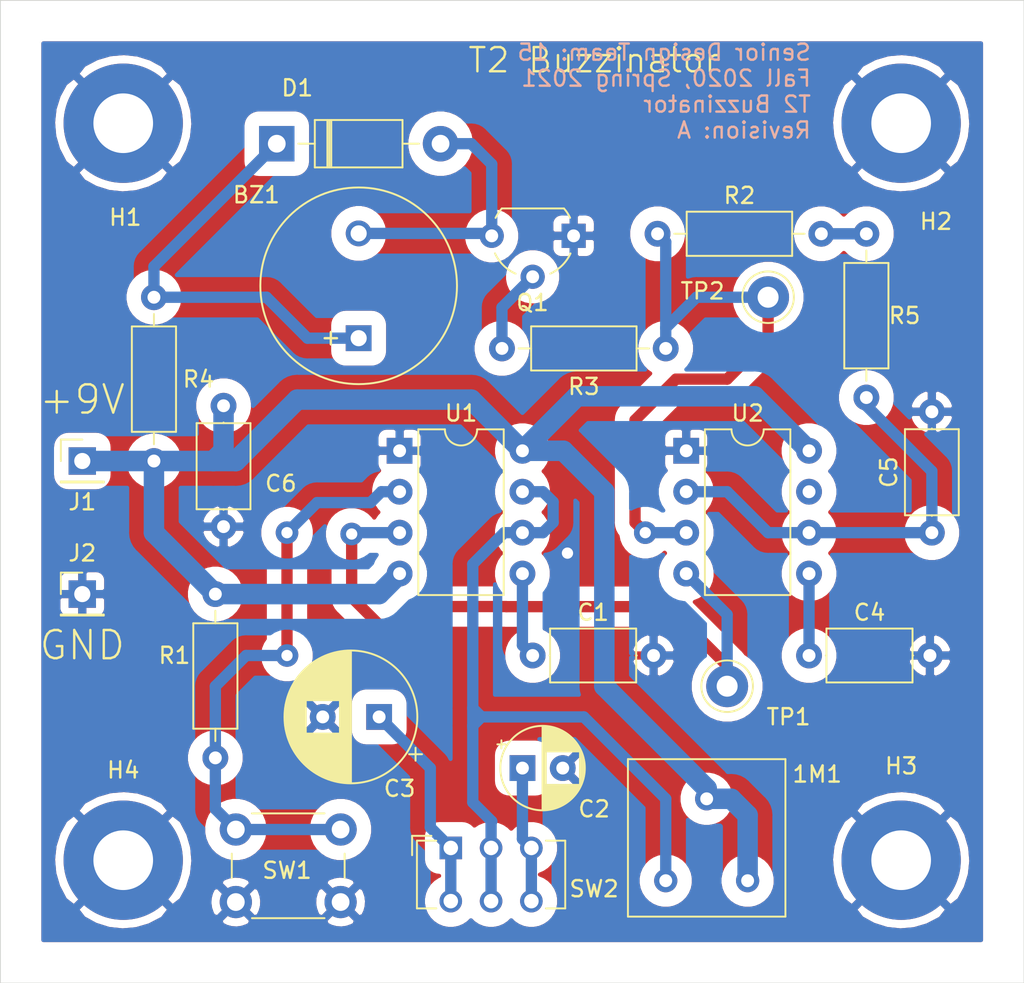
<source format=kicad_pcb>
(kicad_pcb (version 20171130) (host pcbnew "(5.1.6)-1")
  (layers (0 F.Cu signal) (31 B.Cu signal) (34 B.Paste user) (35 F.Paste user) (36 B.SilkS user hide) (37 F.SilkS user) (38 B.Mask user) (39 F.Mask user hide) (44 Edge.Cuts user))
  (net 0 "")
  (net 1 /9V)
  (net 2 "Net-(1M1-Pad3)")
  (net 3 "Net-(BZ1-Pad1)")
  (net 4 "Net-(BZ1-Pad2)")
  (net 5 "Net-(C1-Pad1)")
  (net 6 GND)
  (net 7 "Net-(C2-Pad1)")
  (net 8 "Net-(C3-Pad1)")
  (net 9 "Net-(C4-Pad1)")
  (net 10 "Net-(C5-Pad1)")
  (net 11 "Net-(Q1-Pad2)")
  (net 12 "Net-(R1-Pad2)")
  (net 13 "Net-(R2-Pad1)")
  (net 14 "Net-(TP1-Pad1)")
  (net 15 "Net-(R2-Pad2)")
  (module MountingHole:MountingHole_3.7mm_Pad (layer F.Cu) (at 107.315 118.11)
    (fp_text reference H4 (at 0 -5.588) (layer F.SilkS))
    (fp_text value MountingHole_Pad)
    (pad 1 thru_hole circle (at 0 0) (size 7.4 7.4) (drill 3.7) (layers *.Cu *.Mask) (net 6 GND))
  )
  (module MountingHole:MountingHole_3.7mm_Pad (layer F.Cu) (at 155.575 118.11)
    (fp_text reference H3 (at 0 -5.842) (layer F.SilkS))
    (fp_text value MountingHole_Pad)
    (pad 1 thru_hole circle (at 0 0) (size 7.4 7.4) (drill 3.7) (layers *.Cu *.Mask) (net 6 GND))
  )
  (module MountingHole:MountingHole_3.7mm_Pad (layer F.Cu) (at 155.575 72.39)
    (fp_text reference H2 (at 2.159 6.096) (layer F.SilkS))
    (fp_text value MountingHole_Pad)
    (pad 1 thru_hole circle (at 0 0) (size 7.4 7.4) (drill 3.7) (layers *.Cu *.Mask) (net 6 GND))
  )
  (module MountingHole:MountingHole_3.7mm_Pad (layer F.Cu) (at 107.315 72.39)
    (fp_text reference H1 (at 0.127 5.842) (layer F.SilkS))
    (fp_text value MountingHole_Pad)
    (pad 1 thru_hole circle (at 0 0) (size 7.4 7.4) (drill 3.7) (layers *.Cu *.Mask) (net 6 GND))
  )
  (module Capacitor_THT:C_Axial_L5.1mm_D3.1mm_P7.50mm_Horizontal (layer F.Cu) (at 132.715 105.41)
    (fp_text reference C1 (at 3.75 -2.67) (layer F.SilkS))
    (fp_text value 0.1u)
    (pad 1 thru_hole circle (at 0 0) (size 1.6 1.6) (drill 0.8) (layers *.Cu *.Mask) (net 5 "Net-(C1-Pad1)"))
    (pad 2 thru_hole oval (at 7.5 0) (size 1.6 1.6) (drill 0.8) (layers *.Cu *.Mask) (net 6 GND))
  )
  (module Buzzer_Beeper:MagneticBuzzer_ProSignal_ABT-410-RC (layer F.Cu) (at 121.92 85.725 90)
    (fp_text reference BZ1 (at 8.89 -6.35 180) (layer F.SilkS))
    (fp_text value CEM-1212S)
    (fp_text user + (at 0 -1.8 90) (layer F.SilkS))
    (pad 1 thru_hole rect (at 0 0 90) (size 1.6 1.6) (drill 1) (layers *.Cu *.Mask) (net 3 "Net-(BZ1-Pad1)"))
    (pad 2 thru_hole circle (at 6.5 0 90) (size 1.6 1.6) (drill 1) (layers *.Cu *.Mask) (net 4 "Net-(BZ1-Pad2)"))
  )
  (module Capacitor_THT:CP_Radial_D5.0mm_P2.50mm (layer F.Cu) (at 132.08 112.395)
    (fp_text reference C2 (at 4.445 2.54) (layer F.SilkS))
    (fp_text value 10u)
    (pad 1 thru_hole rect (at 0 0) (size 1.6 1.6) (drill 0.8) (layers *.Cu *.Mask) (net 7 "Net-(C2-Pad1)"))
    (pad 2 thru_hole circle (at 2.5 0) (size 1.6 1.6) (drill 0.8) (layers *.Cu *.Mask) (net 6 GND))
  )
  (module Capacitor_THT:CP_Radial_D8.0mm_P3.50mm (layer F.Cu) (at 123.19 109.22 180)
    (fp_text reference C3 (at -1.27 -4.445) (layer F.SilkS))
    (fp_text value 100u)
    (pad 1 thru_hole rect (at 0 0 180) (size 1.6 1.6) (drill 0.8) (layers *.Cu *.Mask) (net 8 "Net-(C3-Pad1)"))
    (pad 2 thru_hole circle (at 3.5 0 180) (size 1.6 1.6) (drill 0.8) (layers *.Cu *.Mask) (net 6 GND))
  )
  (module Capacitor_THT:C_Axial_L5.1mm_D3.1mm_P7.50mm_Horizontal (layer F.Cu) (at 149.86 105.41)
    (fp_text reference C4 (at 3.75 -2.67) (layer F.SilkS))
    (fp_text value 0.1u)
    (pad 2 thru_hole oval (at 7.5 0) (size 1.6 1.6) (drill 0.8) (layers *.Cu *.Mask) (net 6 GND))
    (pad 1 thru_hole circle (at 0 0) (size 1.6 1.6) (drill 0.8) (layers *.Cu *.Mask) (net 9 "Net-(C4-Pad1)"))
  )
  (module Diode_THT:D_DO-41_SOD81_P10.16mm_Horizontal (layer F.Cu) (at 116.84 73.66)
    (fp_text reference D1 (at 1.27 -3.4544) (layer F.SilkS))
    (fp_text value 1N4001)
    (pad 1 thru_hole rect (at 0 0) (size 2.2 2.2) (drill 1.1) (layers *.Cu *.Mask) (net 3 "Net-(BZ1-Pad1)"))
    (pad 2 thru_hole oval (at 10.16 0) (size 2.2 2.2) (drill 1.1) (layers *.Cu *.Mask) (net 4 "Net-(BZ1-Pad2)"))
  )
  (module Connector_PinHeader_2.54mm:PinHeader_1x01_P2.54mm_Vertical (layer F.Cu) (at 104.775 93.345)
    (fp_text reference J1 (at 0 2.54) (layer F.SilkS))
    (fp_text value Conn_01x01)
    (pad 1 thru_hole rect (at 0 0) (size 1.7 1.7) (drill 1) (layers *.Cu *.Mask) (net 1 /9V))
  )
  (module Connector_PinHeader_2.54mm:PinHeader_1x01_P2.54mm_Vertical (layer F.Cu) (at 104.775 101.6)
    (fp_text reference J2 (at 0 -2.54) (layer F.SilkS))
    (fp_text value Conn_01x01)
    (pad 1 thru_hole rect (at 0 0) (size 1.7 1.7) (drill 1) (layers *.Cu *.Mask) (net 6 GND))
  )
  (module Resistor_THT:R_Axial_DIN0207_L6.3mm_D2.5mm_P10.16mm_Horizontal (layer F.Cu) (at 113.03 101.6 270)
    (fp_text reference R1 (at 3.81 2.54 180) (layer F.SilkS))
    (fp_text value 100k)
    (pad 1 thru_hole circle (at 0 0 270) (size 1.6 1.6) (drill 0.8) (layers *.Cu *.Mask) (net 1 /9V))
    (pad 2 thru_hole oval (at 10.16 0 270) (size 1.6 1.6) (drill 0.8) (layers *.Cu *.Mask) (net 12 "Net-(R1-Pad2)"))
  )
  (module Resistor_THT:R_Axial_DIN0207_L6.3mm_D2.5mm_P10.16mm_Horizontal (layer F.Cu) (at 140.97 86.36 180)
    (fp_text reference R3 (at 5.08 -2.37) (layer F.SilkS))
    (fp_text value 100)
    (pad 2 thru_hole oval (at 10.16 0 180) (size 1.6 1.6) (drill 0.8) (layers *.Cu *.Mask) (net 11 "Net-(Q1-Pad2)"))
    (pad 1 thru_hole circle (at 0 0 180) (size 1.6 1.6) (drill 0.8) (layers *.Cu *.Mask) (net 13 "Net-(R2-Pad1)"))
  )
  (module Button_Switch_THT:SW_PUSH_6mm_H13mm (layer F.Cu) (at 114.3 116.205)
    (fp_text reference SW1 (at 3.175 2.54) (layer F.SilkS))
    (fp_text value SW_Push)
    (pad 2 thru_hole circle (at 0 4.5 90) (size 2 2) (drill 1.1) (layers *.Cu *.Mask) (net 6 GND))
    (pad 1 thru_hole circle (at 0 0 90) (size 2 2) (drill 1.1) (layers *.Cu *.Mask) (net 12 "Net-(R1-Pad2)"))
    (pad 2 thru_hole circle (at 6.5 4.5 90) (size 2 2) (drill 1.1) (layers *.Cu *.Mask) (net 6 GND))
    (pad 1 thru_hole circle (at 6.5 0 90) (size 2 2) (drill 1.1) (layers *.Cu *.Mask) (net 12 "Net-(R1-Pad2)"))
  )
  (module Connector_Pin:Pin_D1.3mm_L11.0mm (layer F.Cu) (at 144.78 107.315)
    (fp_text reference TP1 (at 3.81 1.905) (layer F.SilkS))
    (fp_text value TestPoint)
    (pad 1 thru_hole circle (at 0 0) (size 2.6 2.6) (drill 1.3) (layers *.Cu *.Mask) (net 14 "Net-(TP1-Pad1)"))
  )
  (module Connector_Pin:Pin_D1.3mm_L11.0mm (layer F.Cu) (at 147.32 83.185)
    (fp_text reference TP2 (at -4.064 -0.381) (layer F.SilkS))
    (fp_text value TestPoint)
    (pad 1 thru_hole circle (at 0 0) (size 2.6 2.6) (drill 1.3) (layers *.Cu *.Mask) (net 13 "Net-(R2-Pad1)"))
  )
  (module Package_DIP:DIP-8_W7.62mm (layer F.Cu) (at 124.46 92.71)
    (fp_text reference U1 (at 3.81 -2.33) (layer F.SilkS))
    (fp_text value LM555xN)
    (pad 1 thru_hole rect (at 0 0) (size 1.6 1.6) (drill 0.8) (layers *.Cu *.Mask) (net 6 GND))
    (pad 5 thru_hole oval (at 7.62 7.62) (size 1.6 1.6) (drill 0.8) (layers *.Cu *.Mask) (net 5 "Net-(C1-Pad1)"))
    (pad 2 thru_hole oval (at 0 2.54) (size 1.6 1.6) (drill 0.8) (layers *.Cu *.Mask) (net 12 "Net-(R1-Pad2)"))
    (pad 6 thru_hole oval (at 7.62 5.08) (size 1.6 1.6) (drill 0.8) (layers *.Cu *.Mask) (net 2 "Net-(1M1-Pad3)"))
    (pad 3 thru_hole oval (at 0 5.08) (size 1.6 1.6) (drill 0.8) (layers *.Cu *.Mask) (net 14 "Net-(TP1-Pad1)"))
    (pad 7 thru_hole oval (at 7.62 2.54) (size 1.6 1.6) (drill 0.8) (layers *.Cu *.Mask) (net 2 "Net-(1M1-Pad3)"))
    (pad 4 thru_hole oval (at 0 7.62) (size 1.6 1.6) (drill 0.8) (layers *.Cu *.Mask) (net 1 /9V))
    (pad 8 thru_hole oval (at 7.62 0) (size 1.6 1.6) (drill 0.8) (layers *.Cu *.Mask) (net 1 /9V))
  )
  (module Package_DIP:DIP-8_W7.62mm (layer F.Cu) (at 142.24 92.71)
    (fp_text reference U2 (at 3.81 -2.33) (layer F.SilkS))
    (fp_text value LM555xN)
    (pad 8 thru_hole oval (at 7.62 0) (size 1.6 1.6) (drill 0.8) (layers *.Cu *.Mask) (net 1 /9V))
    (pad 4 thru_hole oval (at 0 7.62) (size 1.6 1.6) (drill 0.8) (layers *.Cu *.Mask) (net 14 "Net-(TP1-Pad1)"))
    (pad 7 thru_hole oval (at 7.62 2.54) (size 1.6 1.6) (drill 0.8) (layers *.Cu *.Mask))
    (pad 3 thru_hole oval (at 0 5.08) (size 1.6 1.6) (drill 0.8) (layers *.Cu *.Mask) (net 13 "Net-(R2-Pad1)"))
    (pad 6 thru_hole oval (at 7.62 5.08) (size 1.6 1.6) (drill 0.8) (layers *.Cu *.Mask) (net 10 "Net-(C5-Pad1)"))
    (pad 2 thru_hole oval (at 0 2.54) (size 1.6 1.6) (drill 0.8) (layers *.Cu *.Mask) (net 10 "Net-(C5-Pad1)"))
    (pad 5 thru_hole oval (at 7.62 7.62) (size 1.6 1.6) (drill 0.8) (layers *.Cu *.Mask) (net 9 "Net-(C4-Pad1)"))
    (pad 1 thru_hole rect (at 0 0) (size 1.6 1.6) (drill 0.8) (layers *.Cu *.Mask) (net 6 GND))
  )
  (module Resistor_THT:R_Axial_DIN0207_L6.3mm_D2.5mm_P10.16mm_Horizontal (layer F.Cu) (at 109.22 93.345 90)
    (fp_text reference R4 (at 5.07238 2.7686 180) (layer F.SilkS))
    (fp_text value 0)
    (pad 1 thru_hole circle (at 0 0 90) (size 1.6 1.6) (drill 0.8) (layers *.Cu *.Mask) (net 1 /9V))
    (pad 2 thru_hole oval (at 10.16 0 90) (size 1.6 1.6) (drill 0.8) (layers *.Cu *.Mask) (net 3 "Net-(BZ1-Pad1)"))
  )
  (module Package_TO_SOT_THT:TO-92L_Wide (layer F.Cu) (at 135.255 79.375 180)
    (fp_text reference Q1 (at 2.55 -4.15) (layer F.SilkS))
    (fp_text value 2N7000)
    (pad 2 thru_hole circle (at 2.54 -2.54 270) (size 1.5 1.5) (drill 0.8) (layers *.Cu *.Mask) (net 11 "Net-(Q1-Pad2)"))
    (pad 3 thru_hole circle (at 5.08 0 270) (size 1.5 1.5) (drill 0.8) (layers *.Cu *.Mask) (net 4 "Net-(BZ1-Pad2)"))
    (pad 1 thru_hole rect (at 0 0 270) (size 1.5 1.5) (drill 0.8) (layers *.Cu *.Mask) (net 6 GND))
  )
  (module Button_Switch_THT:SW_CuK_JS202011CQN_DPDT_Straight (layer F.Cu) (at 127.635 117.348)
    (fp_text reference SW2 (at 8.89 2.54) (layer F.SilkS))
    (fp_text value SW_DPDT_x2)
    (pad 1 thru_hole rect (at 0 0) (size 1.4 1.4) (drill 0.9) (layers *.Cu *.Mask) (net 8 "Net-(C3-Pad1)"))
    (pad 2 thru_hole circle (at 2.5 0) (size 1.4 1.4) (drill 0.9) (layers *.Cu *.Mask) (net 2 "Net-(1M1-Pad3)"))
    (pad 3 thru_hole circle (at 5 0) (size 1.4 1.4) (drill 0.9) (layers *.Cu *.Mask) (net 7 "Net-(C2-Pad1)"))
    (pad 4 thru_hole circle (at 0 3.3) (size 1.4 1.4) (drill 0.9) (layers *.Cu *.Mask) (net 8 "Net-(C3-Pad1)"))
    (pad 5 thru_hole circle (at 2.5 3.3) (size 1.4 1.4) (drill 0.9) (layers *.Cu *.Mask) (net 2 "Net-(1M1-Pad3)"))
    (pad 6 thru_hole circle (at 5 3.3) (size 1.4 1.4) (drill 0.9) (layers *.Cu *.Mask) (net 7 "Net-(C2-Pad1)"))
  )
  (module Capacitor_THT:C_Axial_L5.1mm_D3.1mm_P7.50mm_Horizontal (layer F.Cu) (at 157.48 97.79 90)
    (fp_text reference C5 (at 3.75 -2.67 90) (layer F.SilkS))
    (fp_text value 0.1u)
    (pad 1 thru_hole circle (at 0 0 90) (size 1.6 1.6) (drill 0.8) (layers *.Cu *.Mask) (net 10 "Net-(C5-Pad1)"))
    (pad 2 thru_hole oval (at 7.5 0 90) (size 1.6 1.6) (drill 0.8) (layers *.Cu *.Mask) (net 6 GND))
  )
  (module Capacitor_THT:C_Axial_L5.1mm_D3.1mm_P7.50mm_Horizontal (layer F.Cu) (at 113.538 89.916 270)
    (fp_text reference C6 (at 4.826 -3.556 180) (layer F.SilkS))
    (fp_text value 0.1u)
    (pad 1 thru_hole circle (at 0 0 270) (size 1.6 1.6) (drill 0.8) (layers *.Cu *.Mask) (net 1 /9V))
    (pad 2 thru_hole oval (at 7.5 0 270) (size 1.6 1.6) (drill 0.8) (layers *.Cu *.Mask) (net 6 GND))
  )
  (module Resistor_THT:R_Axial_DIN0207_L6.3mm_D2.5mm_P10.16mm_Horizontal (layer F.Cu) (at 140.462 79.248)
    (fp_text reference R2 (at 5.08 -2.37) (layer F.SilkS))
    (fp_text value 2.2k)
    (pad 1 thru_hole circle (at 0 0) (size 1.6 1.6) (drill 0.8) (layers *.Cu *.Mask) (net 13 "Net-(R2-Pad1)"))
    (pad 2 thru_hole oval (at 10.16 0) (size 1.6 1.6) (drill 0.8) (layers *.Cu *.Mask) (net 15 "Net-(R2-Pad2)"))
  )
  (module Potentiometer_THT:Potentiometer_Bourns_3386F_Vertical (layer F.Cu) (at 146.05 119.38 90)
    (fp_text reference 1M1 (at 6.604 4.318 180) (layer F.SilkS))
    (fp_text value R_POT_US)
    (pad 3 thru_hole circle (at 0 -5.08 90) (size 1.44 1.44) (drill 0.8) (layers *.Cu *.Mask) (net 2 "Net-(1M1-Pad3)"))
    (pad 2 thru_hole circle (at 5.08 -2.54 90) (size 1.44 1.44) (drill 0.8) (layers *.Cu *.Mask) (net 1 /9V))
    (pad 1 thru_hole circle (at 0 0 90) (size 1.44 1.44) (drill 0.8) (layers *.Cu *.Mask) (net 1 /9V))
  )
  (module Resistor_THT:R_Axial_DIN0207_L6.3mm_D2.5mm_P10.16mm_Horizontal (layer F.Cu) (at 153.416 79.248 270)
    (fp_text reference R5 (at 5.08 -2.37 180) (layer F.SilkS))
    (fp_text value 160)
    (pad 1 thru_hole circle (at 0 0 270) (size 1.6 1.6) (drill 0.8) (layers *.Cu *.Mask) (net 15 "Net-(R2-Pad2)"))
    (pad 2 thru_hole oval (at 10.16 0 270) (size 1.6 1.6) (drill 0.8) (layers *.Cu *.Mask) (net 10 "Net-(C5-Pad1)"))
  )
  (gr_text "Senior Design Team: 15\nFall 2020, Spring 2021\nT2 Buzzinator\nRevision: A" (at 150.0632 70.4088) (layer B.SilkS) (effects (font (size 1 1)) (justify left mirror)))
  (gr_text "T2 Buzzinator" (at 136.4996 68.4784) (layer F.SilkS) (effects (font (size 1.5 1.5))))
  (gr_text GND (at 104.775 104.775) (layer F.SilkS) (effects (font (size 1.75 1.75))))
  (gr_text +9V (at 104.775 89.535) (layer F.SilkS) (effects (font (size 1.75 1.75))))
  (gr_line (start 99.695 64.77) (end 99.695 125.73) (layer Edge.Cuts) (width 0.05))
  (gr_line (start 163.195 64.77) (end 99.695 64.77) (layer Edge.Cuts) (width 0.05))
  (gr_line (start 163.195 125.73) (end 163.195 64.77) (layer Edge.Cuts) (width 0.05))
  (gr_line (start 99.695 125.73) (end 163.195 125.73) (layer Edge.Cuts) (width 0.05))
  (segment (start 104.775 93.345) (end 109.22 93.345) (width 1.27) (layer B.Cu) (net 1))
  (segment (start 109.22 97.79) (end 113.03 101.6) (width 1.27) (layer B.Cu) (net 1))
  (segment (start 109.22 93.345) (end 109.22 97.79) (width 1.27) (layer B.Cu) (net 1))
  (segment (start 123.19 101.6) (end 124.46 100.33) (width 1.27) (layer B.Cu) (net 1))
  (segment (start 113.03 101.6) (end 123.19 101.6) (width 1.27) (layer B.Cu) (net 1))
  (segment (start 128.905 89.535) (end 132.08 92.71) (width 1.27) (layer B.Cu) (net 1))
  (segment (start 118.11 89.535) (end 128.905 89.535) (width 1.27) (layer B.Cu) (net 1))
  (segment (start 114.3 93.345) (end 118.11 89.535) (width 1.27) (layer B.Cu) (net 1))
  (segment (start 146.480001 89.330001) (end 149.86 92.71) (width 1.27) (layer B.Cu) (net 1))
  (segment (start 135.459999 89.330001) (end 146.480001 89.330001) (width 1.27) (layer B.Cu) (net 1))
  (segment (start 132.08 92.71) (end 135.459999 89.330001) (width 1.27) (layer B.Cu) (net 1))
  (segment (start 114.808 92.837) (end 114.3 93.345) (width 1.27) (layer B.Cu) (net 1))
  (segment (start 113.538 89.916) (end 113.538 92.71) (width 1.27) (layer B.Cu) (net 1))
  (segment (start 109.22 93.345) (end 112.903 93.345) (width 1.27) (layer B.Cu) (net 1))
  (segment (start 113.538 92.71) (end 112.903 93.345) (width 1.27) (layer B.Cu) (net 1))
  (segment (start 112.903 93.345) (end 114.3 93.345) (width 1.27) (layer B.Cu) (net 1))
  (segment (start 132.995802 92.71) (end 132.08 92.71) (width 1.27) (layer B.Cu) (net 1))
  (segment (start 143.51 113.665) (end 137.16 107.315) (width 1.27) (layer B.Cu) (net 1))
  (segment (start 143.51 114.3) (end 143.51 113.665) (width 1.27) (layer B.Cu) (net 1))
  (segment (start 137.16 107.315) (end 137.16 95.25) (width 1.27) (layer B.Cu) (net 1))
  (segment (start 137.16 95.25) (end 134.62 92.71) (width 1.27) (layer B.Cu) (net 1))
  (segment (start 134.62 92.71) (end 132.995802 92.71) (width 1.27) (layer B.Cu) (net 1))
  (segment (start 143.51 114.3) (end 145.034 114.3) (width 1.27) (layer B.Cu) (net 1))
  (segment (start 146.05 115.316) (end 146.05 119.38) (width 1.27) (layer B.Cu) (net 1))
  (segment (start 145.034 114.3) (end 146.05 115.316) (width 1.27) (layer B.Cu) (net 1))
  (segment (start 132.08 97.79) (end 133.35 97.79) (width 0.7) (layer B.Cu) (net 2))
  (segment (start 133.35 97.79) (end 133.985 97.155) (width 0.7) (layer B.Cu) (net 2))
  (segment (start 132.08 95.25) (end 133.35 95.25) (width 0.7) (layer B.Cu) (net 2))
  (segment (start 133.35 95.25) (end 133.985 95.885) (width 0.7) (layer B.Cu) (net 2))
  (segment (start 133.985 95.885) (end 133.985 97.155) (width 0.7) (layer B.Cu) (net 2))
  (segment (start 130.135 117.348) (end 130.27 117.213) (width 0.7) (layer B.Cu) (net 2))
  (segment (start 130.94863 97.79) (end 132.08 97.79) (width 0.7) (layer B.Cu) (net 2))
  (segment (start 129 99.73863) (end 130.94863 97.79) (width 0.7) (layer B.Cu) (net 2))
  (segment (start 129.54 109.22) (end 129 108.68) (width 0.7) (layer B.Cu) (net 2))
  (segment (start 129 109.855) (end 129 108.68) (width 0.7) (layer B.Cu) (net 2))
  (segment (start 129 108.68) (end 129 99.73863) (width 0.7) (layer B.Cu) (net 2))
  (segment (start 130.135 117.348) (end 130.135 120.648) (width 0.7) (layer B.Cu) (net 2))
  (segment (start 129 109.76) (end 129.54 109.22) (width 0.7) (layer B.Cu) (net 2))
  (segment (start 130.175 115.697) (end 129 114.522) (width 0.7) (layer B.Cu) (net 2))
  (segment (start 129 114.522) (end 129 109.76) (width 0.7) (layer B.Cu) (net 2))
  (segment (start 130.135 115.737) (end 130.175 115.697) (width 0.7) (layer B.Cu) (net 2))
  (segment (start 130.135 117.348) (end 130.135 115.737) (width 0.7) (layer B.Cu) (net 2))
  (segment (start 140.97 114.3) (end 140.97 119.38) (width 0.7) (layer B.Cu) (net 2))
  (segment (start 129.54 109.22) (end 135.89 109.22) (width 0.7) (layer B.Cu) (net 2))
  (segment (start 135.89 109.22) (end 140.97 114.3) (width 0.7) (layer B.Cu) (net 2))
  (segment (start 118.745 85.725) (end 121.92 85.725) (width 0.7) (layer B.Cu) (net 3))
  (segment (start 116.205 83.185) (end 118.745 85.725) (width 0.7) (layer B.Cu) (net 3))
  (segment (start 109.22 83.185) (end 116.205 83.185) (width 0.7) (layer B.Cu) (net 3))
  (segment (start 109.22 81.28) (end 116.84 73.66) (width 0.7) (layer B.Cu) (net 3))
  (segment (start 109.22 83.185) (end 109.22 81.28) (width 0.7) (layer B.Cu) (net 3))
  (segment (start 130.025 79.225) (end 130.175 79.375) (width 0.7) (layer F.Cu) (net 4))
  (segment (start 121.92 79.225) (end 130.025 79.225) (width 0.7) (layer B.Cu) (net 4))
  (segment (start 127 73.66) (end 128.905 73.66) (width 0.7) (layer B.Cu) (net 4))
  (segment (start 130.175 74.93) (end 130.175 79.375) (width 0.7) (layer B.Cu) (net 4))
  (segment (start 128.905 73.66) (end 130.175 74.93) (width 0.7) (layer B.Cu) (net 4))
  (segment (start 132.08 104.775) (end 132.715 105.41) (width 0.7) (layer B.Cu) (net 5))
  (segment (start 132.08 100.33) (end 132.08 104.775) (width 0.7) (layer B.Cu) (net 5))
  (via (at 134.874 99.06) (size 1.4) (drill 0.7) (layers F.Cu B.Cu) (net 6))
  (segment (start 132.715 117.268) (end 132.635 117.348) (width 0.7) (layer F.Cu) (net 7))
  (segment (start 132.635 117.348) (end 132.635 120.648) (width 0.7) (layer B.Cu) (net 7))
  (segment (start 132.08 116.793) (end 132.08 112.395) (width 0.7) (layer B.Cu) (net 7))
  (segment (start 132.635 117.348) (end 132.08 116.793) (width 0.7) (layer B.Cu) (net 7))
  (segment (start 127.635 117.348) (end 127.635 120.648) (width 0.7) (layer B.Cu) (net 8))
  (segment (start 123.19 109.22) (end 126.365 112.395) (width 0.7) (layer B.Cu) (net 8))
  (segment (start 126.365 116.078) (end 127.635 117.348) (width 0.7) (layer B.Cu) (net 8))
  (segment (start 126.365 112.395) (end 126.365 116.078) (width 0.7) (layer B.Cu) (net 8))
  (segment (start 149.86 100.33) (end 149.86 105.41) (width 0.7) (layer B.Cu) (net 9))
  (segment (start 142.24 95.25) (end 144.78 95.25) (width 0.7) (layer B.Cu) (net 10))
  (segment (start 147.32 97.79) (end 149.86 97.79) (width 0.7) (layer B.Cu) (net 10))
  (segment (start 144.78 95.25) (end 147.32 97.79) (width 0.7) (layer B.Cu) (net 10))
  (segment (start 149.86 97.79) (end 157.48 97.79) (width 0.7) (layer B.Cu) (net 10))
  (segment (start 153.416 89.916) (end 153.416 89.408) (width 0.7) (layer B.Cu) (net 10))
  (segment (start 157.48 97.79) (end 157.48 93.98) (width 0.7) (layer B.Cu) (net 10))
  (segment (start 157.48 93.98) (end 153.416 89.916) (width 0.7) (layer B.Cu) (net 10))
  (segment (start 132.715 81.915) (end 130.81 83.82) (width 0.7) (layer B.Cu) (net 11))
  (segment (start 130.81 83.82) (end 130.81 86.36) (width 0.7) (layer B.Cu) (net 11))
  (via (at 117.475 105.41) (size 1.4) (drill 0.7) (layers F.Cu B.Cu) (net 12))
  (segment (start 114.3 116.205) (end 113.03 114.935) (width 0.7) (layer B.Cu) (net 12))
  (segment (start 113.03 114.935) (end 113.03 111.76) (width 0.7) (layer B.Cu) (net 12))
  (segment (start 114.3 116.205) (end 120.8 116.205) (width 0.7) (layer B.Cu) (net 12))
  (segment (start 117.475 97.79) (end 117.475 97.79) (width 0.7) (layer F.Cu) (net 12))
  (via (at 117.475 97.79) (size 1.4) (drill 0.7) (layers F.Cu B.Cu) (net 12))
  (segment (start 122.655141 95.923489) (end 123.32863 95.25) (width 0.7) (layer B.Cu) (net 12))
  (segment (start 123.32863 95.25) (end 124.46 95.25) (width 0.7) (layer B.Cu) (net 12))
  (segment (start 119.341511 95.923489) (end 122.655141 95.923489) (width 0.7) (layer B.Cu) (net 12))
  (segment (start 117.475 97.79) (end 119.341511 95.923489) (width 0.7) (layer B.Cu) (net 12))
  (segment (start 113.03 111.76) (end 113.03 107.315) (width 0.7) (layer B.Cu) (net 12))
  (segment (start 114.935 105.41) (end 117.475 105.41) (width 0.7) (layer B.Cu) (net 12))
  (segment (start 113.03 107.315) (end 114.935 105.41) (width 0.7) (layer B.Cu) (net 12))
  (segment (start 117.475 105.41) (end 117.475 97.79) (width 0.7) (layer F.Cu) (net 12))
  (via (at 139.7 97.79) (size 1.4) (drill 0.7) (layers F.Cu B.Cu) (net 13))
  (segment (start 140.97 86.36) (end 140.97 85.09) (width 0.7) (layer B.Cu) (net 13))
  (segment (start 142.875 83.185) (end 147.32 83.185) (width 0.7) (layer B.Cu) (net 13))
  (segment (start 140.97 85.09) (end 142.875 83.185) (width 0.7) (layer B.Cu) (net 13))
  (segment (start 139.7 97.79) (end 142.24 97.79) (width 0.7) (layer B.Cu) (net 13))
  (segment (start 147.32 85.725) (end 147.32 83.185) (width 0.7) (layer F.Cu) (net 13))
  (segment (start 139.065 97.155) (end 139.065 90.805) (width 0.7) (layer F.Cu) (net 13))
  (segment (start 139.7 97.79) (end 139.065 97.155) (width 0.7) (layer F.Cu) (net 13))
  (segment (start 141.605 88.265) (end 144.78 88.265) (width 0.7) (layer F.Cu) (net 13))
  (segment (start 139.065 90.805) (end 141.605 88.265) (width 0.7) (layer F.Cu) (net 13))
  (segment (start 144.78 88.265) (end 147.32 85.725) (width 0.7) (layer F.Cu) (net 13))
  (segment (start 140.97 79.756) (end 140.462 79.248) (width 0.7) (layer B.Cu) (net 13))
  (segment (start 140.97 85.09) (end 140.97 79.756) (width 0.7) (layer B.Cu) (net 13))
  (segment (start 142.24 100.33) (end 144.78 102.87) (width 0.7) (layer B.Cu) (net 14))
  (segment (start 144.78 102.87) (end 144.78 107.315) (width 0.7) (layer B.Cu) (net 14))
  (via (at 121.486564 97.87349) (size 1.4) (drill 0.7) (layers F.Cu B.Cu) (net 14))
  (segment (start 126.86137 102.37363) (end 125.73 103.505) (width 0.7) (layer F.Cu) (net 14))
  (segment (start 131.089628 102.37363) (end 126.86137 102.37363) (width 0.7) (layer F.Cu) (net 14))
  (segment (start 121.486564 101.801564) (end 121.486564 97.87349) (width 0.7) (layer F.Cu) (net 14))
  (segment (start 121.570054 97.79) (end 121.486564 97.87349) (width 0.7) (layer B.Cu) (net 14))
  (segment (start 123.19 103.505) (end 121.486564 101.801564) (width 0.7) (layer F.Cu) (net 14))
  (segment (start 125.73 103.505) (end 123.19 103.505) (width 0.7) (layer F.Cu) (net 14))
  (segment (start 124.46 97.79) (end 121.570054 97.79) (width 0.7) (layer B.Cu) (net 14))
  (segment (start 131.095999 102.380001) (end 141.115001 102.380001) (width 0.7) (layer F.Cu) (net 14))
  (segment (start 144.78 106.045) (end 144.78 107.315) (width 0.7) (layer F.Cu) (net 14))
  (segment (start 141.115001 102.380001) (end 144.78 106.045) (width 0.7) (layer F.Cu) (net 14))
  (segment (start 150.622 79.248) (end 153.416 79.248) (width 0.7) (layer B.Cu) (net 15))
  (zone (net 6) (net_name GND) (layer F.Cu) (connect_pads (clearance 0.508)) (min_thickness 0.254) (fill yes (arc_segments 32) (thermal_gap 0.508) (thermal_bridge_width 0.508))
    (polygon (pts (xy 160.655 123.19) (xy 102.235 123.19) (xy 102.235 67.31) (xy 160.655 67.31)))
  )
  (zone (net 6) (net_name GND) (layer B.Cu) (connect_pads (clearance 0.508)) (min_thickness 0.254) (fill yes (arc_segments 32) (thermal_gap 0.508) (thermal_bridge_width 0.508))
    (polygon (pts (xy 160.655 123.19) (xy 102.235 123.19) (xy 102.235 67.31) (xy 160.655 67.31)))
  )
)
</source>
